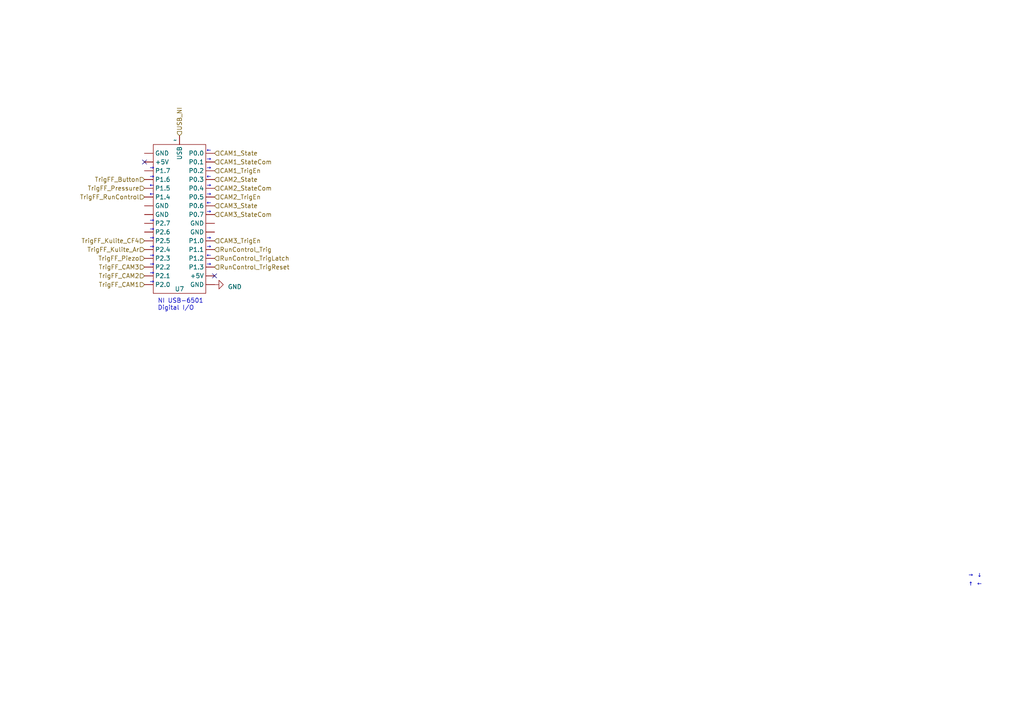
<source format=kicad_sch>
(kicad_sch (version 20230121) (generator eeschema)

  (uuid 297419c2-ee2d-46d4-a9f8-f5368eec8c0d)

  (paper "A4")

  (title_block
    (title "Digital I/O Box")
    (date "2023-09-27")
    (company "SBC")
    (comment 1 "Zhiheng Sheng")
    (comment 2 "All wires are 22 or 24 gauge")
  )

  (lib_symbols
    (symbol "led_driver:NI_DIO" (in_bom yes) (on_board yes)
      (property "Reference" "U" (at 0 -20.32 0)
        (effects (font (size 1.27 1.27)))
      )
      (property "Value" "" (at -1.27 22.86 0)
        (effects (font (size 1.27 1.27)))
      )
      (property "Footprint" "" (at -1.27 22.86 0)
        (effects (font (size 1.27 1.27)) hide)
      )
      (property "Datasheet" "" (at -1.27 22.86 0)
        (effects (font (size 1.27 1.27)) hide)
      )
      (symbol "NI_DIO_0_1"
        (rectangle (start -7.62 21.59) (end 7.62 -21.59)
          (stroke (width 0) (type default))
          (fill (type none))
        )
      )
      (symbol "NI_DIO_1_1"
        (pin passive line (at -10.16 16.51 0) (length 2.54)
          (name "+5V" (effects (font (size 1.27 1.27))))
          (number "" (effects (font (size 1.27 1.27))))
        )
        (pin passive line (at 10.16 -16.51 180) (length 2.54)
          (name "+5V" (effects (font (size 1.27 1.27))))
          (number "" (effects (font (size 1.27 1.27))))
        )
        (pin passive line (at -10.16 1.27 0) (length 2.54)
          (name "GND" (effects (font (size 1.27 1.27))))
          (number "" (effects (font (size 1.27 1.27))))
        )
        (pin passive line (at -10.16 3.81 0) (length 2.54)
          (name "GND" (effects (font (size 1.27 1.27))))
          (number "" (effects (font (size 1.27 1.27))))
        )
        (pin passive line (at -10.16 19.05 0) (length 2.54)
          (name "GND" (effects (font (size 1.27 1.27))))
          (number "" (effects (font (size 1.27 1.27))))
        )
        (pin passive line (at 10.16 -19.05 180) (length 2.54)
          (name "GND" (effects (font (size 1.27 1.27))))
          (number "" (effects (font (size 1.27 1.27))))
        )
        (pin passive line (at 10.16 -3.81 180) (length 2.54)
          (name "GND" (effects (font (size 1.27 1.27))))
          (number "" (effects (font (size 1.27 1.27))))
        )
        (pin passive line (at 10.16 -1.27 180) (length 2.54)
          (name "GND" (effects (font (size 1.27 1.27))))
          (number "" (effects (font (size 1.27 1.27))))
        )
        (pin passive line (at 10.16 19.05 180) (length 2.54)
          (name "P0.0" (effects (font (size 1.27 1.27))))
          (number "" (effects (font (size 1.27 1.27))))
        )
        (pin passive line (at 10.16 16.51 180) (length 2.54)
          (name "P0.1" (effects (font (size 1.27 1.27))))
          (number "" (effects (font (size 1.27 1.27))))
        )
        (pin passive line (at 10.16 13.97 180) (length 2.54)
          (name "P0.2" (effects (font (size 1.27 1.27))))
          (number "" (effects (font (size 1.27 1.27))))
        )
        (pin passive line (at 10.16 11.43 180) (length 2.54)
          (name "P0.3" (effects (font (size 1.27 1.27))))
          (number "" (effects (font (size 1.27 1.27))))
        )
        (pin passive line (at 10.16 8.89 180) (length 2.54)
          (name "P0.4" (effects (font (size 1.27 1.27))))
          (number "" (effects (font (size 1.27 1.27))))
        )
        (pin passive line (at 10.16 6.35 180) (length 2.54)
          (name "P0.5" (effects (font (size 1.27 1.27))))
          (number "" (effects (font (size 1.27 1.27))))
        )
        (pin passive line (at 10.16 3.81 180) (length 2.54)
          (name "P0.6" (effects (font (size 1.27 1.27))))
          (number "" (effects (font (size 1.27 1.27))))
        )
        (pin passive line (at 10.16 1.27 180) (length 2.54)
          (name "P0.7" (effects (font (size 1.27 1.27))))
          (number "" (effects (font (size 1.27 1.27))))
        )
        (pin passive line (at 10.16 -6.35 180) (length 2.54)
          (name "P1.0" (effects (font (size 1.27 1.27))))
          (number "" (effects (font (size 1.27 1.27))))
        )
        (pin passive line (at 10.16 -8.89 180) (length 2.54)
          (name "P1.1" (effects (font (size 1.27 1.27))))
          (number "" (effects (font (size 1.27 1.27))))
        )
        (pin passive line (at 10.16 -11.43 180) (length 2.54)
          (name "P1.2" (effects (font (size 1.27 1.27))))
          (number "" (effects (font (size 1.27 1.27))))
        )
        (pin passive line (at 10.16 -13.97 180) (length 2.54)
          (name "P1.3" (effects (font (size 1.27 1.27))))
          (number "" (effects (font (size 1.27 1.27))))
        )
        (pin passive line (at -10.16 6.35 0) (length 2.54)
          (name "P1.4" (effects (font (size 1.27 1.27))))
          (number "" (effects (font (size 1.27 1.27))))
        )
        (pin passive line (at -10.16 8.89 0) (length 2.54)
          (name "P1.5" (effects (font (size 1.27 1.27))))
          (number "" (effects (font (size 1.27 1.27))))
        )
        (pin passive line (at -10.16 11.43 0) (length 2.54)
          (name "P1.6" (effects (font (size 1.27 1.27))))
          (number "" (effects (font (size 1.27 1.27))))
        )
        (pin passive line (at -10.16 13.97 0) (length 2.54)
          (name "P1.7" (effects (font (size 1.27 1.27))))
          (number "" (effects (font (size 1.27 1.27))))
        )
        (pin passive line (at -10.16 -19.05 0) (length 2.54)
          (name "P2.0" (effects (font (size 1.27 1.27))))
          (number "" (effects (font (size 1.27 1.27))))
        )
        (pin passive line (at -10.16 -16.51 0) (length 2.54)
          (name "P2.1" (effects (font (size 1.27 1.27))))
          (number "" (effects (font (size 1.27 1.27))))
        )
        (pin passive line (at -10.16 -13.97 0) (length 2.54)
          (name "P2.2" (effects (font (size 1.27 1.27))))
          (number "" (effects (font (size 1.27 1.27))))
        )
        (pin passive line (at -10.16 -11.43 0) (length 2.54)
          (name "P2.3" (effects (font (size 1.27 1.27))))
          (number "" (effects (font (size 1.27 1.27))))
        )
        (pin passive line (at -10.16 -8.89 0) (length 2.54)
          (name "P2.4" (effects (font (size 1.27 1.27))))
          (number "" (effects (font (size 1.27 1.27))))
        )
        (pin passive line (at -10.16 -6.35 0) (length 2.54)
          (name "P2.5" (effects (font (size 1.27 1.27))))
          (number "" (effects (font (size 1.27 1.27))))
        )
        (pin passive line (at -10.16 -3.81 0) (length 2.54)
          (name "P2.6" (effects (font (size 1.27 1.27))))
          (number "" (effects (font (size 1.27 1.27))))
        )
        (pin passive line (at -10.16 -1.27 0) (length 2.54)
          (name "P2.7" (effects (font (size 1.27 1.27))))
          (number "" (effects (font (size 1.27 1.27))))
        )
        (pin passive line (at 0 24.13 270) (length 2.54)
          (name "USB" (effects (font (size 1.27 1.27))))
          (number "" (effects (font (size 1.27 1.27))))
        )
      )
    )
    (symbol "power:GND" (power) (pin_names (offset 0)) (in_bom yes) (on_board yes)
      (property "Reference" "#PWR" (at 0 -6.35 0)
        (effects (font (size 1.27 1.27)) hide)
      )
      (property "Value" "GND" (at 0 -3.81 0)
        (effects (font (size 1.27 1.27)))
      )
      (property "Footprint" "" (at 0 0 0)
        (effects (font (size 1.27 1.27)) hide)
      )
      (property "Datasheet" "" (at 0 0 0)
        (effects (font (size 1.27 1.27)) hide)
      )
      (property "ki_keywords" "global power" (at 0 0 0)
        (effects (font (size 1.27 1.27)) hide)
      )
      (property "ki_description" "Power symbol creates a global label with name \"GND\" , ground" (at 0 0 0)
        (effects (font (size 1.27 1.27)) hide)
      )
      (symbol "GND_0_1"
        (polyline
          (pts
            (xy 0 0)
            (xy 0 -1.27)
            (xy 1.27 -1.27)
            (xy 0 -2.54)
            (xy -1.27 -1.27)
            (xy 0 -1.27)
          )
          (stroke (width 0) (type default))
          (fill (type none))
        )
      )
      (symbol "GND_1_1"
        (pin power_in line (at 0 0 270) (length 0) hide
          (name "GND" (effects (font (size 1.27 1.27))))
          (number "1" (effects (font (size 1.27 1.27))))
        )
      )
    )
  )


  (no_connect (at 41.91 46.99) (uuid 452240b5-d13e-4451-865c-d3d0b8a7b4c2))
  (no_connect (at 62.23 80.01) (uuid a9a24c60-2fe9-443b-ae44-704e9ad9a258))

  (text "↓" (at 283.21 167.64 0)
    (effects (font (size 1.27 1.27)) (justify left bottom))
    (uuid 0dfdf961-e2c3-43ba-8e9b-3825f98c8035)
  )
  (text "→" (at 59.69 62.23 0)
    (effects (font (size 1.27 1.27)) (justify left bottom))
    (uuid 0f2fa2fb-834c-4b0d-a0f5-e42d58ccd82c)
  )
  (text "→" (at 59.69 54.61 0)
    (effects (font (size 1.27 1.27)) (justify left bottom))
    (uuid 0fd8d4f2-b1f4-4653-aa69-ebfef47eb42a)
  )
  (text "→" (at 59.69 46.99 0)
    (effects (font (size 1.27 1.27)) (justify left bottom))
    (uuid 13436660-b6b6-4366-943c-c5a09a57c363)
  )
  (text "→" (at 43.18 82.55 0)
    (effects (font (size 1.27 1.27)) (justify left bottom))
    (uuid 141575a4-2c06-4172-8f8f-d87ac585da7d)
  )
  (text "→" (at 43.18 69.85 0)
    (effects (font (size 1.27 1.27)) (justify left bottom))
    (uuid 2d8c4d08-a2e0-4707-a78e-64a339011eec)
  )
  (text "→" (at 43.18 64.77 0)
    (effects (font (size 1.27 1.27)) (justify left bottom))
    (uuid 2f617482-0409-476e-916f-877aab251054)
  )
  (text "→" (at 43.18 67.31 0)
    (effects (font (size 1.27 1.27)) (justify left bottom))
    (uuid 36168c6a-1bc1-410e-9e48-4b8c56ffa4db)
  )
  (text "→" (at 280.67 167.64 0)
    (effects (font (size 1.27 1.27)) (justify left bottom))
    (uuid 3770449e-d7f7-4b9d-9430-8b40b5564c52)
  )
  (text "→" (at 59.69 72.39 0)
    (effects (font (size 1.27 1.27)) (justify left bottom))
    (uuid 3cfb0401-bb7c-44f8-8229-0778080173da)
  )
  (text "↑" (at 280.67 170.18 0)
    (effects (font (size 1.27 1.27)) (justify left bottom))
    (uuid 41dcaa38-d63e-4a63-89e9-f5d4a00120fb)
  )
  (text "←" (at 59.69 44.45 0)
    (effects (font (size 1.27 1.27)) (justify left bottom))
    (uuid 48024565-c813-472a-84f1-dcb111a49269)
  )
  (text "→" (at 59.69 77.47 0)
    (effects (font (size 1.27 1.27)) (justify left bottom))
    (uuid 49ff37f9-1c09-476d-a9a3-f0dafd45ff44)
  )
  (text "→" (at 43.18 52.07 0)
    (effects (font (size 1.27 1.27)) (justify left bottom))
    (uuid 4e949389-3beb-4587-b00b-e5f55ba8968b)
  )
  (text "←" (at 283.21 170.18 0)
    (effects (font (size 1.27 1.27)) (justify left bottom))
    (uuid 52456637-6d75-4099-b7de-0ca9572ced18)
  )
  (text "→" (at 43.18 77.47 0)
    (effects (font (size 1.27 1.27)) (justify left bottom))
    (uuid 58b1ed0c-81ab-4c89-b509-3b4a47ed344c)
  )
  (text "←" (at 43.18 57.15 0)
    (effects (font (size 1.27 1.27)) (justify left bottom))
    (uuid 6173e7cb-a5f7-46fa-999d-dae4b75bb91f)
  )
  (text "→" (at 43.18 49.53 0)
    (effects (font (size 1.27 1.27)) (justify left bottom))
    (uuid 6fe354f8-362f-4d2b-86e5-f3a73d9c32a2)
  )
  (text "→" (at 43.18 80.01 0)
    (effects (font (size 1.27 1.27)) (justify left bottom))
    (uuid 88647ca6-7d4a-4b6e-bf3c-2862f12907fa)
  )
  (text "→" (at 43.18 74.93 0)
    (effects (font (size 1.27 1.27)) (justify left bottom))
    (uuid 91a57e11-844a-4fd9-9ede-8052bda5b8b2)
  )
  (text "→" (at 59.69 49.53 0)
    (effects (font (size 1.27 1.27)) (justify left bottom))
    (uuid 9437161c-6edb-4a19-954d-0b96ca2aec4b)
  )
  (text "→" (at 59.69 57.15 0)
    (effects (font (size 1.27 1.27)) (justify left bottom))
    (uuid a223cb3d-c081-4aac-b70e-84f57f021d00)
  )
  (text "→" (at 59.69 69.85 0)
    (effects (font (size 1.27 1.27)) (justify left bottom))
    (uuid a7568696-dd23-4950-86c6-e09ee44c1af0)
  )
  (text "NI USB-6501\nDigital I/O" (at 45.72 90.17 0)
    (effects (font (size 1.27 1.27)) (justify left bottom))
    (uuid c9628514-c337-4a93-b075-9c092fbac512)
  )
  (text "←" (at 43.18 54.61 0)
    (effects (font (size 1.27 1.27)) (justify left bottom))
    (uuid ca83b898-7f45-4ca7-a728-8cb8e3e7b896)
  )
  (text "←" (at 59.69 74.93 0)
    (effects (font (size 1.27 1.27)) (justify left bottom))
    (uuid e9f83486-5766-404e-a282-56d029507e29)
  )
  (text "→" (at 43.18 72.39 0)
    (effects (font (size 1.27 1.27)) (justify left bottom))
    (uuid f09ac72c-2fec-481c-9496-81d7493996a2)
  )
  (text "←" (at 59.69 59.69 0)
    (effects (font (size 1.27 1.27)) (justify left bottom))
    (uuid f82d9de0-20cb-4950-be5e-74a16fc0a684)
  )
  (text "←" (at 59.69 52.07 0)
    (effects (font (size 1.27 1.27)) (justify left bottom))
    (uuid f96b8c10-29d9-49f0-8888-f2dbbdc061ba)
  )

  (hierarchical_label "TrigFF_Button" (shape input) (at 41.91 52.07 180) (fields_autoplaced)
    (effects (font (size 1.27 1.27)) (justify right))
    (uuid 1e6b76d9-bd28-46a6-b338-662e92bd3ebe)
  )
  (hierarchical_label "CAM3_State" (shape input) (at 62.23 59.69 0) (fields_autoplaced)
    (effects (font (size 1.27 1.27)) (justify left))
    (uuid 200ee085-8f9a-4ef3-8702-c5c2d7876e80)
  )
  (hierarchical_label "CAM2_TrigEn" (shape input) (at 62.23 57.15 0) (fields_autoplaced)
    (effects (font (size 1.27 1.27)) (justify left))
    (uuid 2203caed-ba3b-4940-8318-06731e552a7c)
  )
  (hierarchical_label "TrigFF_Kulite_Ar" (shape input) (at 41.91 72.39 180) (fields_autoplaced)
    (effects (font (size 1.27 1.27)) (justify right))
    (uuid 2404efbb-6f0a-477b-a339-dc93b0058711)
  )
  (hierarchical_label "TrigFF_Kulite_CF4" (shape input) (at 41.91 69.85 180) (fields_autoplaced)
    (effects (font (size 1.27 1.27)) (justify right))
    (uuid 359979d1-ab42-40d2-873b-554d7f920261)
  )
  (hierarchical_label "TrigFF_CAM3" (shape input) (at 41.91 77.47 180) (fields_autoplaced)
    (effects (font (size 1.27 1.27)) (justify right))
    (uuid 39722b35-6e46-40a2-921f-297981d615a4)
  )
  (hierarchical_label "CAM1_State" (shape input) (at 62.23 44.45 0) (fields_autoplaced)
    (effects (font (size 1.27 1.27)) (justify left))
    (uuid 3cbeb109-7494-4910-8fd8-b4c03d0ade3b)
  )
  (hierarchical_label "CAM3_StateCom" (shape input) (at 62.23 62.23 0) (fields_autoplaced)
    (effects (font (size 1.27 1.27)) (justify left))
    (uuid 3e1caa2c-8110-4fcf-a311-1a016e8af552)
  )
  (hierarchical_label "CAM1_TrigEn" (shape input) (at 62.23 49.53 0) (fields_autoplaced)
    (effects (font (size 1.27 1.27)) (justify left))
    (uuid 5256a944-0055-4dd5-96a6-d1f85c18647c)
  )
  (hierarchical_label "CAM3_TrigEn" (shape input) (at 62.23 69.85 0) (fields_autoplaced)
    (effects (font (size 1.27 1.27)) (justify left))
    (uuid 587ed93c-5ab6-4ce3-bea9-1604395ed810)
  )
  (hierarchical_label "RunControl_TrigLatch" (shape input) (at 62.23 74.93 0) (fields_autoplaced)
    (effects (font (size 1.27 1.27)) (justify left))
    (uuid 655f8396-883a-40bb-9236-5dd8434cb3e2)
  )
  (hierarchical_label "CAM1_StateCom" (shape input) (at 62.23 46.99 0) (fields_autoplaced)
    (effects (font (size 1.27 1.27)) (justify left))
    (uuid 68d53bfc-2427-4ad3-8183-e3d31ccb6fd1)
  )
  (hierarchical_label "USB_NI" (shape input) (at 52.07 39.37 90) (fields_autoplaced)
    (effects (font (size 1.27 1.27)) (justify left))
    (uuid 6c37a031-4de4-49a1-974e-49222d58aed2)
  )
  (hierarchical_label "CAM2_State" (shape input) (at 62.23 52.07 0) (fields_autoplaced)
    (effects (font (size 1.27 1.27)) (justify left))
    (uuid 6fa802bd-3f5e-4778-91c0-e01b9f80120f)
  )
  (hierarchical_label "TrigFF_CAM1" (shape input) (at 41.91 82.55 180) (fields_autoplaced)
    (effects (font (size 1.27 1.27)) (justify right))
    (uuid a050d70a-799c-4dd9-8c4b-7d6f6901bea3)
  )
  (hierarchical_label "TrigFF_RunControl" (shape input) (at 41.91 57.15 180) (fields_autoplaced)
    (effects (font (size 1.27 1.27)) (justify right))
    (uuid a079e8e1-add5-4aab-bbbe-149e251452db)
  )
  (hierarchical_label "TrigFF_CAM2" (shape input) (at 41.91 80.01 180) (fields_autoplaced)
    (effects (font (size 1.27 1.27)) (justify right))
    (uuid a7901428-ff04-414b-b37f-4009abda232e)
  )
  (hierarchical_label "TrigFF_Piezo" (shape input) (at 41.91 74.93 180) (fields_autoplaced)
    (effects (font (size 1.27 1.27)) (justify right))
    (uuid b0c7ce72-42ca-428a-b57c-443f8584dc36)
  )
  (hierarchical_label "TrigFF_Pressure" (shape input) (at 41.91 54.61 180) (fields_autoplaced)
    (effects (font (size 1.27 1.27)) (justify right))
    (uuid bcc2646a-4d98-416f-9704-102655aaa5a4)
  )
  (hierarchical_label "RunControl_Trig" (shape input) (at 62.23 72.39 0) (fields_autoplaced)
    (effects (font (size 1.27 1.27)) (justify left))
    (uuid bfbd049b-192f-4fc9-beb5-88554abe5670)
  )
  (hierarchical_label "CAM2_StateCom" (shape input) (at 62.23 54.61 0) (fields_autoplaced)
    (effects (font (size 1.27 1.27)) (justify left))
    (uuid c5f1ae2c-85da-4b91-9f63-f151c89e1de8)
  )
  (hierarchical_label "RunControl_TrigReset" (shape input) (at 62.23 77.47 0) (fields_autoplaced)
    (effects (font (size 1.27 1.27)) (justify left))
    (uuid dcd43eba-eea2-4dd8-bcbf-f0ed7f6701ad)
  )

  (symbol (lib_id "led_driver:NI_DIO") (at 52.07 63.5 0) (unit 1)
    (in_bom yes) (on_board yes) (dnp no)
    (uuid 311c5d03-f441-4b21-8ae4-2f486eb9194e)
    (property "Reference" "U7" (at 52.07 83.82 0)
      (effects (font (size 1.27 1.27)))
    )
    (property "Value" "~" (at 50.8 40.64 0)
      (effects (font (size 1.27 1.27)))
    )
    (property "Footprint" "" (at 50.8 40.64 0)
      (effects (font (size 1.27 1.27)) hide)
    )
    (property "Datasheet" "" (at 50.8 40.64 0)
      (effects (font (size 1.27 1.27)) hide)
    )
    (pin "" (uuid 17f0602d-a734-4a67-bf06-9f75e79b8fd2))
    (pin "" (uuid 17f0602d-a734-4a67-bf06-9f75e79b8fd2))
    (pin "" (uuid 17f0602d-a734-4a67-bf06-9f75e79b8fd2))
    (pin "" (uuid 17f0602d-a734-4a67-bf06-9f75e79b8fd2))
    (pin "" (uuid 17f0602d-a734-4a67-bf06-9f75e79b8fd2))
    (pin "" (uuid 17f0602d-a734-4a67-bf06-9f75e79b8fd2))
    (pin "" (uuid 17f0602d-a734-4a67-bf06-9f75e79b8fd2))
    (pin "" (uuid 17f0602d-a734-4a67-bf06-9f75e79b8fd2))
    (pin "" (uuid 17f0602d-a734-4a67-bf06-9f75e79b8fd2))
    (pin "" (uuid 17f0602d-a734-4a67-bf06-9f75e79b8fd2))
    (pin "" (uuid 17f0602d-a734-4a67-bf06-9f75e79b8fd2))
    (pin "" (uuid 17f0602d-a734-4a67-bf06-9f75e79b8fd2))
    (pin "" (uuid 17f0602d-a734-4a67-bf06-9f75e79b8fd2))
    (pin "" (uuid 17f0602d-a734-4a67-bf06-9f75e79b8fd2))
    (pin "" (uuid 17f0602d-a734-4a67-bf06-9f75e79b8fd2))
    (pin "" (uuid 17f0602d-a734-4a67-bf06-9f75e79b8fd2))
    (pin "" (uuid 17f0602d-a734-4a67-bf06-9f75e79b8fd2))
    (pin "" (uuid 17f0602d-a734-4a67-bf06-9f75e79b8fd2))
    (pin "" (uuid 17f0602d-a734-4a67-bf06-9f75e79b8fd2))
    (pin "" (uuid 17f0602d-a734-4a67-bf06-9f75e79b8fd2))
    (pin "" (uuid 17f0602d-a734-4a67-bf06-9f75e79b8fd2))
    (pin "" (uuid 17f0602d-a734-4a67-bf06-9f75e79b8fd2))
    (pin "" (uuid 17f0602d-a734-4a67-bf06-9f75e79b8fd2))
    (pin "" (uuid 17f0602d-a734-4a67-bf06-9f75e79b8fd2))
    (pin "" (uuid 17f0602d-a734-4a67-bf06-9f75e79b8fd2))
    (pin "" (uuid 17f0602d-a734-4a67-bf06-9f75e79b8fd2))
    (pin "" (uuid 17f0602d-a734-4a67-bf06-9f75e79b8fd2))
    (pin "" (uuid 17f0602d-a734-4a67-bf06-9f75e79b8fd2))
    (pin "" (uuid 17f0602d-a734-4a67-bf06-9f75e79b8fd2))
    (pin "" (uuid 17f0602d-a734-4a67-bf06-9f75e79b8fd2))
    (pin "" (uuid 17f0602d-a734-4a67-bf06-9f75e79b8fd2))
    (pin "" (uuid 17f0602d-a734-4a67-bf06-9f75e79b8fd2))
    (pin "" (uuid 17f0602d-a734-4a67-bf06-9f75e79b8fd2))
    (instances
      (project "dio_box"
        (path "/617a7c5d-26e4-40f1-8dc6-da0df3aa4d83/50f918ff-c84c-4fba-873b-ccd9af4e0432/e0b62f1f-21d7-4c09-a3ee-3dfddefd168b"
          (reference "U7") (unit 1)
        )
      )
    )
  )

  (symbol (lib_id "power:GND") (at 62.23 82.55 90) (unit 1)
    (in_bom yes) (on_board yes) (dnp no) (fields_autoplaced)
    (uuid d637f1f2-8ee0-42ec-b4a8-11285753c83a)
    (property "Reference" "#PWR08" (at 68.58 82.55 0)
      (effects (font (size 1.27 1.27)) hide)
    )
    (property "Value" "GND" (at 66.04 83.185 90)
      (effects (font (size 1.27 1.27)) (justify right))
    )
    (property "Footprint" "" (at 62.23 82.55 0)
      (effects (font (size 1.27 1.27)) hide)
    )
    (property "Datasheet" "" (at 62.23 82.55 0)
      (effects (font (size 1.27 1.27)) hide)
    )
    (pin "1" (uuid b5dc3a0a-5544-47a3-857d-5fa36d1ed8e1))
    (instances
      (project "dio_box"
        (path "/617a7c5d-26e4-40f1-8dc6-da0df3aa4d83/50f918ff-c84c-4fba-873b-ccd9af4e0432/e0b62f1f-21d7-4c09-a3ee-3dfddefd168b"
          (reference "#PWR08") (unit 1)
        )
      )
    )
  )
)

</source>
